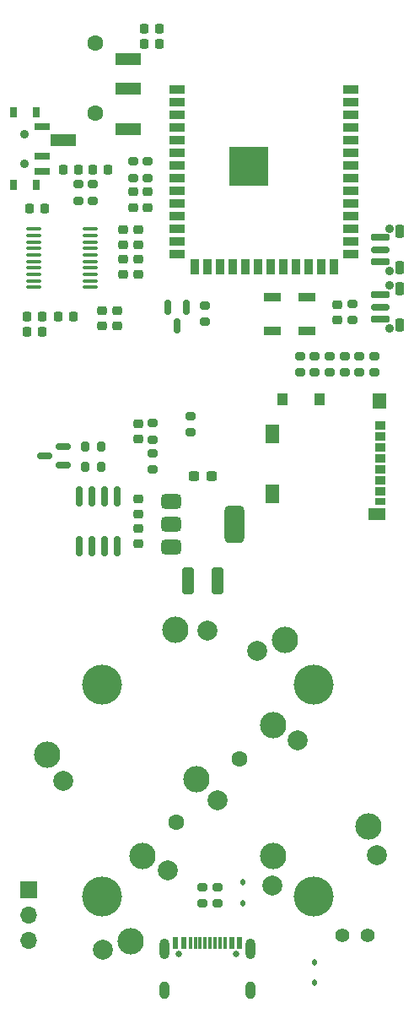
<source format=gbr>
%TF.GenerationSoftware,KiCad,Pcbnew,8.0.7*%
%TF.CreationDate,2025-01-01T16:00:04-05:00*%
%TF.ProjectId,JPL.mp3,4a504c2e-6d70-4332-9e6b-696361645f70,rev?*%
%TF.SameCoordinates,Original*%
%TF.FileFunction,Soldermask,Top*%
%TF.FilePolarity,Negative*%
%FSLAX46Y46*%
G04 Gerber Fmt 4.6, Leading zero omitted, Abs format (unit mm)*
G04 Created by KiCad (PCBNEW 8.0.7) date 2025-01-01 16:00:04*
%MOMM*%
%LPD*%
G01*
G04 APERTURE LIST*
G04 Aperture macros list*
%AMRoundRect*
0 Rectangle with rounded corners*
0 $1 Rounding radius*
0 $2 $3 $4 $5 $6 $7 $8 $9 X,Y pos of 4 corners*
0 Add a 4 corners polygon primitive as box body*
4,1,4,$2,$3,$4,$5,$6,$7,$8,$9,$2,$3,0*
0 Add four circle primitives for the rounded corners*
1,1,$1+$1,$2,$3*
1,1,$1+$1,$4,$5*
1,1,$1+$1,$6,$7*
1,1,$1+$1,$8,$9*
0 Add four rect primitives between the rounded corners*
20,1,$1+$1,$2,$3,$4,$5,0*
20,1,$1+$1,$4,$5,$6,$7,0*
20,1,$1+$1,$6,$7,$8,$9,0*
20,1,$1+$1,$8,$9,$2,$3,0*%
G04 Aperture macros list end*
%ADD10C,2.000000*%
%ADD11C,1.600000*%
%ADD12R,2.500000X1.200000*%
%ADD13RoundRect,0.200000X-0.275000X0.200000X-0.275000X-0.200000X0.275000X-0.200000X0.275000X0.200000X0*%
%ADD14RoundRect,0.200000X0.275000X-0.200000X0.275000X0.200000X-0.275000X0.200000X-0.275000X-0.200000X0*%
%ADD15RoundRect,0.225000X0.250000X-0.225000X0.250000X0.225000X-0.250000X0.225000X-0.250000X-0.225000X0*%
%ADD16RoundRect,0.225000X-0.250000X0.225000X-0.250000X-0.225000X0.250000X-0.225000X0.250000X0.225000X0*%
%ADD17RoundRect,0.150000X-0.150000X0.587500X-0.150000X-0.587500X0.150000X-0.587500X0.150000X0.587500X0*%
%ADD18R,1.500000X0.900000*%
%ADD19R,0.900000X1.500000*%
%ADD20C,0.600000*%
%ADD21R,3.900000X3.900000*%
%ADD22RoundRect,0.150000X0.587500X0.150000X-0.587500X0.150000X-0.587500X-0.150000X0.587500X-0.150000X0*%
%ADD23R,1.100000X0.850000*%
%ADD24R,1.100000X0.750000*%
%ADD25R,1.000000X1.200000*%
%ADD26R,1.350000X1.550000*%
%ADD27R,1.350000X1.900000*%
%ADD28R,1.800000X1.170000*%
%ADD29C,0.900000*%
%ADD30RoundRect,0.187500X0.712500X-0.187500X0.712500X0.187500X-0.712500X0.187500X-0.712500X-0.187500X0*%
%ADD31RoundRect,0.150000X0.750000X-0.150000X0.750000X0.150000X-0.750000X0.150000X-0.750000X-0.150000X0*%
%ADD32RoundRect,0.225000X0.225000X-0.425000X0.225000X0.425000X-0.225000X0.425000X-0.225000X-0.425000X0*%
%ADD33RoundRect,0.250000X-0.325000X-1.100000X0.325000X-1.100000X0.325000X1.100000X-0.325000X1.100000X0*%
%ADD34RoundRect,0.112500X-0.112500X0.187500X-0.112500X-0.187500X0.112500X-0.187500X0.112500X0.187500X0*%
%ADD35R,1.700000X1.700000*%
%ADD36O,1.700000X1.700000*%
%ADD37R,1.700000X0.900000*%
%ADD38RoundRect,0.200000X-0.200000X-0.275000X0.200000X-0.275000X0.200000X0.275000X-0.200000X0.275000X0*%
%ADD39RoundRect,0.225000X0.225000X0.250000X-0.225000X0.250000X-0.225000X-0.250000X0.225000X-0.250000X0*%
%ADD40RoundRect,0.100000X-0.637500X-0.100000X0.637500X-0.100000X0.637500X0.100000X-0.637500X0.100000X0*%
%ADD41RoundRect,0.237500X-0.300000X-0.237500X0.300000X-0.237500X0.300000X0.237500X-0.300000X0.237500X0*%
%ADD42C,4.000000*%
%ADD43C,2.641600*%
%ADD44RoundRect,0.150000X0.150000X-0.825000X0.150000X0.825000X-0.150000X0.825000X-0.150000X-0.825000X0*%
%ADD45R,0.800000X1.000000*%
%ADD46R,1.500000X0.700000*%
%ADD47RoundRect,0.225000X-0.225000X-0.250000X0.225000X-0.250000X0.225000X0.250000X-0.225000X0.250000X0*%
%ADD48RoundRect,0.375000X-0.625000X-0.375000X0.625000X-0.375000X0.625000X0.375000X-0.625000X0.375000X0*%
%ADD49RoundRect,0.500000X-0.500000X-1.400000X0.500000X-1.400000X0.500000X1.400000X-0.500000X1.400000X0*%
%ADD50C,1.400000*%
%ADD51O,1.000000X1.800000*%
%ADD52O,1.000000X2.100000*%
%ADD53R,0.600000X1.240000*%
%ADD54R,0.300000X1.240000*%
%ADD55C,0.650000*%
G04 APERTURE END LIST*
D10*
%TO.C,SW4*%
X109500000Y-144000000D03*
%TD*%
%TO.C,SW5*%
X105500000Y-127000000D03*
%TD*%
%TO.C,SW3*%
X137000000Y-134500000D03*
%TD*%
%TO.C,ENCB*%
X126500000Y-137500000D03*
%TD*%
%TO.C,COMA*%
X116000000Y-136000000D03*
%TD*%
%TO.C,SW1*%
X121000000Y-129000000D03*
%TD*%
%TO.C,ENCA*%
X129000000Y-123000000D03*
%TD*%
%TO.C,SW2*%
X125000000Y-114000000D03*
%TD*%
%TO.C,COMB*%
X120000000Y-112000000D03*
%TD*%
D11*
%TO.C,J5*%
X108750000Y-53050000D03*
X108750000Y-60050000D03*
D12*
X112000000Y-57650000D03*
X112000000Y-54650000D03*
X105500000Y-62750000D03*
X112000000Y-61650000D03*
%TD*%
D13*
%TO.C,R14*%
X133750000Y-84425000D03*
X133750000Y-86075000D03*
%TD*%
%TO.C,R11*%
X119700000Y-79362500D03*
X119700000Y-81012500D03*
%TD*%
D14*
%TO.C,R17*%
X134500000Y-80850000D03*
X134500000Y-79200000D03*
%TD*%
D15*
%TO.C,C14*%
X113000000Y-103275000D03*
X113000000Y-101725000D03*
%TD*%
D16*
%TO.C,C20*%
X110887500Y-79850000D03*
X110887500Y-81400000D03*
%TD*%
D17*
%TO.C,Q2*%
X117900000Y-79500000D03*
X116000000Y-79500000D03*
X116950000Y-81375000D03*
%TD*%
D14*
%TO.C,R15*%
X130750000Y-86075000D03*
X130750000Y-84425000D03*
%TD*%
D18*
%TO.C,U1*%
X116900000Y-57700000D03*
X116900000Y-58970000D03*
X116900000Y-60240000D03*
X116900000Y-61510000D03*
X116900000Y-62780000D03*
X116900000Y-64050000D03*
X116900000Y-65320000D03*
X116900000Y-66590000D03*
X116900000Y-67860000D03*
X116900000Y-69130000D03*
X116900000Y-70400000D03*
X116900000Y-71670000D03*
X116900000Y-72940000D03*
X116900000Y-74210000D03*
D19*
X118665000Y-75460000D03*
X119935000Y-75460000D03*
X121205000Y-75460000D03*
X122475000Y-75460000D03*
X123745000Y-75460000D03*
X125015000Y-75460000D03*
X126285000Y-75460000D03*
X127555000Y-75460000D03*
X128825000Y-75460000D03*
X130095000Y-75460000D03*
X131365000Y-75460000D03*
X132635000Y-75460000D03*
D18*
X134400000Y-74210000D03*
X134400000Y-72940000D03*
X134400000Y-71670000D03*
X134400000Y-70400000D03*
X134400000Y-69130000D03*
X134400000Y-67860000D03*
X134400000Y-66590000D03*
X134400000Y-65320000D03*
X134400000Y-64050000D03*
X134400000Y-62780000D03*
X134400000Y-61510000D03*
X134400000Y-60240000D03*
X134400000Y-58970000D03*
X134400000Y-57700000D03*
D20*
X122750000Y-64720000D03*
X122750000Y-66120000D03*
X123450000Y-64020000D03*
X123450000Y-65420000D03*
X123450000Y-66820000D03*
X124150000Y-64720000D03*
D21*
X124150000Y-65420000D03*
D20*
X124150000Y-66120000D03*
X124850000Y-64020000D03*
X124850000Y-65420000D03*
X124850000Y-66820000D03*
X125550000Y-64720000D03*
X125550000Y-66120000D03*
%TD*%
D22*
%TO.C,Q1*%
X105500000Y-95400000D03*
X105500000Y-93500000D03*
X103625000Y-94450000D03*
%TD*%
D14*
%TO.C,R1*%
X119500000Y-139325000D03*
X119500000Y-137675000D03*
%TD*%
D23*
%TO.C,J1*%
X137362500Y-91395000D03*
X137362500Y-92495000D03*
X137362500Y-93595000D03*
X137362500Y-94695000D03*
X137362500Y-95795000D03*
X137362500Y-96895000D03*
X137362500Y-97995000D03*
D24*
X137362500Y-99045000D03*
D25*
X131212500Y-88760000D03*
X127512500Y-88760000D03*
D26*
X137237500Y-88935000D03*
D27*
X126537500Y-92260000D03*
X126537500Y-98230000D03*
D28*
X137012500Y-100255000D03*
%TD*%
D29*
%TO.C,SW2*%
X138250000Y-81625000D03*
X138250000Y-77375000D03*
D30*
X137350000Y-80725000D03*
X137350000Y-78275000D03*
D31*
X137350000Y-79500000D03*
D32*
X139300000Y-81350000D03*
X139300000Y-77650000D03*
%TD*%
D33*
%TO.C,C2*%
X118050000Y-107000000D03*
X121000000Y-107000000D03*
%TD*%
D34*
%TO.C,D2*%
X130750000Y-145200000D03*
X130750000Y-147300000D03*
%TD*%
D35*
%TO.C,J6*%
X102000000Y-137920000D03*
D36*
X102000000Y-140460000D03*
X102000000Y-143000000D03*
%TD*%
D37*
%TO.C,RST1*%
X126500000Y-81950000D03*
X126500000Y-78550000D03*
%TD*%
%TO.C,BOOT1*%
X130000000Y-78550000D03*
X130000000Y-81950000D03*
%TD*%
D13*
%TO.C,R3*%
X135250000Y-84425000D03*
X135250000Y-86075000D03*
%TD*%
D16*
%TO.C,C15*%
X111500000Y-71725000D03*
X111500000Y-73275000D03*
%TD*%
D14*
%TO.C,R2*%
X121000000Y-139325000D03*
X121000000Y-137675000D03*
%TD*%
D16*
%TO.C,C8*%
X113000000Y-91225000D03*
X113000000Y-92775000D03*
%TD*%
D29*
%TO.C,SW1*%
X138250000Y-75875000D03*
X138250000Y-71625000D03*
D30*
X137350000Y-74975000D03*
X137350000Y-72525000D03*
D31*
X137350000Y-73750000D03*
D32*
X139300000Y-75600000D03*
X139300000Y-71900000D03*
%TD*%
D38*
%TO.C,R13*%
X107675000Y-95500000D03*
X109325000Y-95500000D03*
%TD*%
D39*
%TO.C,C10*%
X115175000Y-51600000D03*
X113625000Y-51600000D03*
%TD*%
D40*
%TO.C,U4*%
X102525000Y-71700000D03*
X102525000Y-72350000D03*
X102525000Y-73000000D03*
X102525000Y-73650000D03*
X102525000Y-74300000D03*
X102525000Y-74950000D03*
X102525000Y-75600000D03*
X102525000Y-76250000D03*
X102525000Y-76900000D03*
X102525000Y-77550000D03*
X108250000Y-77550000D03*
X108250000Y-76900000D03*
X108250000Y-76250000D03*
X108250000Y-75600000D03*
X108250000Y-74950000D03*
X108250000Y-74300000D03*
X108250000Y-73650000D03*
X108250000Y-73000000D03*
X108250000Y-72350000D03*
X108250000Y-71700000D03*
%TD*%
D38*
%TO.C,R10*%
X107675000Y-93500000D03*
X109325000Y-93500000D03*
%TD*%
D16*
%TO.C,C23*%
X113000000Y-71725000D03*
X113000000Y-73275000D03*
%TD*%
D13*
%TO.C,R18*%
X114000000Y-64925000D03*
X114000000Y-66575000D03*
%TD*%
D41*
%TO.C,C1*%
X118637500Y-96500000D03*
X120362500Y-96500000D03*
%TD*%
D13*
%TO.C,R19*%
X112490000Y-64925000D03*
X112490000Y-66575000D03*
%TD*%
D14*
%TO.C,R7*%
X114500000Y-92825000D03*
X114500000Y-91175000D03*
%TD*%
D16*
%TO.C,C12*%
X114000000Y-67975000D03*
X114000000Y-69525000D03*
%TD*%
D42*
%TO.C,Enc1*%
X109393398Y-117393398D03*
X109393398Y-138606602D03*
D11*
X116818019Y-131181981D03*
X123181981Y-124818019D03*
D42*
X130606602Y-117393398D03*
X130606602Y-138606602D03*
D43*
X126547809Y-121452191D03*
X126547809Y-134547809D03*
X113452191Y-134547809D03*
X116747309Y-111920392D03*
X118889842Y-126889842D03*
X127749890Y-112896199D03*
X136150319Y-131606245D03*
X112250110Y-143103801D03*
X103849681Y-124393755D03*
%TD*%
D39*
%TO.C,C18*%
X106525000Y-80500000D03*
X104975000Y-80500000D03*
%TD*%
D15*
%TO.C,C21*%
X109387500Y-81400000D03*
X109387500Y-79850000D03*
%TD*%
D14*
%TO.C,R16*%
X132250000Y-86075000D03*
X132250000Y-84425000D03*
%TD*%
D44*
%TO.C,U2*%
X107095000Y-103475000D03*
X108365000Y-103475000D03*
X109635000Y-103475000D03*
X110905000Y-103475000D03*
X110905000Y-98525000D03*
X109635000Y-98525000D03*
X108365000Y-98525000D03*
X107095000Y-98525000D03*
%TD*%
D14*
%TO.C,R6*%
X114500000Y-95825000D03*
X114500000Y-94175000D03*
%TD*%
D39*
%TO.C,C19*%
X103412500Y-80500000D03*
X101862500Y-80500000D03*
%TD*%
D16*
%TO.C,C13*%
X112500000Y-67975000D03*
X112500000Y-69525000D03*
%TD*%
%TO.C,C11*%
X133000000Y-79250000D03*
X133000000Y-80800000D03*
%TD*%
D45*
%TO.C,SL2*%
X102750000Y-60000000D03*
X100540000Y-60000000D03*
D29*
X101640000Y-62150000D03*
X101640000Y-65150000D03*
D45*
X102750000Y-67300000D03*
X100540000Y-67300000D03*
D46*
X103400000Y-61400000D03*
X103400000Y-64400000D03*
X103400000Y-65900000D03*
%TD*%
D16*
%TO.C,C16*%
X113000000Y-74725000D03*
X113000000Y-76275000D03*
%TD*%
D14*
%TO.C,R12*%
X118250000Y-92075000D03*
X118250000Y-90425000D03*
%TD*%
%TO.C,R8*%
X129250000Y-86075000D03*
X129250000Y-84425000D03*
%TD*%
D39*
%TO.C,C3*%
X107025000Y-65750000D03*
X105475000Y-65750000D03*
%TD*%
D47*
%TO.C,C4*%
X108475000Y-65750000D03*
X110025000Y-65750000D03*
%TD*%
D48*
%TO.C,U5*%
X116350000Y-99000000D03*
X116350000Y-101300000D03*
D49*
X122650000Y-101300000D03*
D48*
X116350000Y-103600000D03*
%TD*%
D16*
%TO.C,C7*%
X113000000Y-98725000D03*
X113000000Y-100275000D03*
%TD*%
D50*
%TO.C,BAT*%
X133500000Y-142500000D03*
X136040000Y-142500000D03*
%TD*%
D34*
%TO.C,D1*%
X123500000Y-137200000D03*
X123500000Y-139300000D03*
%TD*%
D13*
%TO.C,R9*%
X136750000Y-84425000D03*
X136750000Y-86075000D03*
%TD*%
D14*
%TO.C,R5*%
X108500000Y-68850000D03*
X108500000Y-67200000D03*
%TD*%
D51*
%TO.C,J2*%
X124320000Y-148075000D03*
D52*
X124320000Y-143875000D03*
D51*
X115680000Y-148075000D03*
D52*
X115680000Y-143875000D03*
D53*
X116800000Y-143275000D03*
X117600000Y-143275000D03*
D54*
X118250000Y-143275000D03*
X119250000Y-143275000D03*
X120750000Y-143275000D03*
X121750000Y-143275000D03*
D53*
X122400000Y-143275000D03*
X123200000Y-143275000D03*
X123200000Y-143275000D03*
X122400000Y-143275000D03*
D54*
X121250000Y-143275000D03*
X120250000Y-143275000D03*
X119750000Y-143275000D03*
X118750000Y-143275000D03*
D53*
X117600000Y-143275000D03*
X116800000Y-143275000D03*
D55*
X122890000Y-144395000D03*
X117110000Y-144395000D03*
%TD*%
D47*
%TO.C,C17*%
X102112500Y-69625000D03*
X103662500Y-69625000D03*
%TD*%
%TO.C,C6*%
X101862500Y-82000000D03*
X103412500Y-82000000D03*
%TD*%
D14*
%TO.C,R4*%
X107000000Y-68850000D03*
X107000000Y-67200000D03*
%TD*%
D39*
%TO.C,C9*%
X115175000Y-53100000D03*
X113625000Y-53100000D03*
%TD*%
D16*
%TO.C,C5*%
X111500000Y-74725000D03*
X111500000Y-76275000D03*
%TD*%
M02*

</source>
